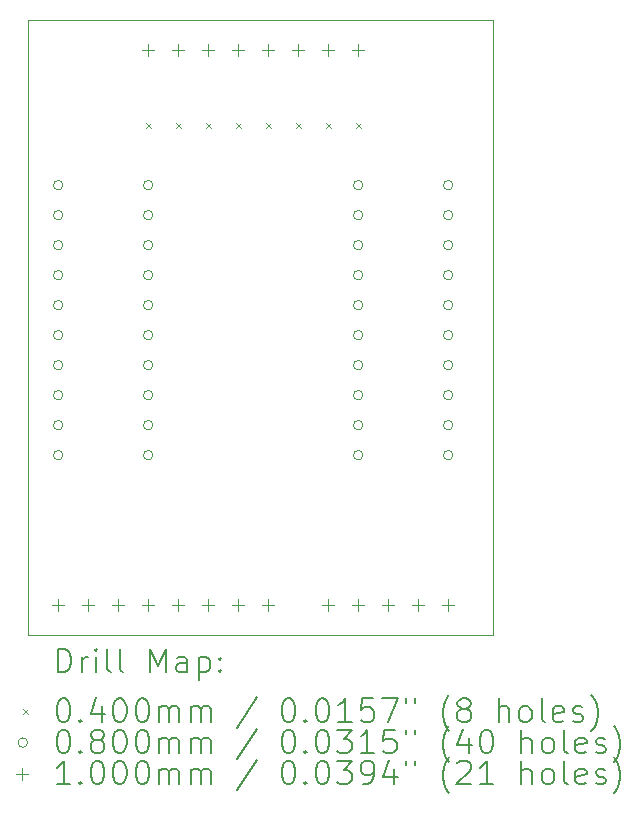
<source format=gbr>
%TF.GenerationSoftware,KiCad,Pcbnew,(6.0.9-0)*%
%TF.CreationDate,2022-12-20T01:23:16-08:00*%
%TF.ProjectId,OSKI8_REGISTER,4f534b49-385f-4524-9547-49535445522e,rev?*%
%TF.SameCoordinates,Original*%
%TF.FileFunction,Drillmap*%
%TF.FilePolarity,Positive*%
%FSLAX45Y45*%
G04 Gerber Fmt 4.5, Leading zero omitted, Abs format (unit mm)*
G04 Created by KiCad (PCBNEW (6.0.9-0)) date 2022-12-20 01:23:16*
%MOMM*%
%LPD*%
G01*
G04 APERTURE LIST*
%ADD10C,0.100000*%
%ADD11C,0.200000*%
%ADD12C,0.040000*%
%ADD13C,0.080000*%
G04 APERTURE END LIST*
D10*
X13208000Y-11176000D02*
X17145000Y-11176000D01*
X17145000Y-11176000D02*
X17145000Y-5969000D01*
X17145000Y-5969000D02*
X13208000Y-5969000D01*
X13208000Y-5969000D02*
X13208000Y-11176000D01*
D11*
D12*
X14204000Y-6838000D02*
X14244000Y-6878000D01*
X14244000Y-6838000D02*
X14204000Y-6878000D01*
X14458000Y-6838000D02*
X14498000Y-6878000D01*
X14498000Y-6838000D02*
X14458000Y-6878000D01*
X14712000Y-6838000D02*
X14752000Y-6878000D01*
X14752000Y-6838000D02*
X14712000Y-6878000D01*
X14966000Y-6838000D02*
X15006000Y-6878000D01*
X15006000Y-6838000D02*
X14966000Y-6878000D01*
X15220000Y-6838000D02*
X15260000Y-6878000D01*
X15260000Y-6838000D02*
X15220000Y-6878000D01*
X15474000Y-6838000D02*
X15514000Y-6878000D01*
X15514000Y-6838000D02*
X15474000Y-6878000D01*
X15728000Y-6838000D02*
X15768000Y-6878000D01*
X15768000Y-6838000D02*
X15728000Y-6878000D01*
X15982000Y-6838000D02*
X16022000Y-6878000D01*
X16022000Y-6838000D02*
X15982000Y-6878000D01*
D13*
X13502000Y-7366000D02*
G75*
G03*
X13502000Y-7366000I-40000J0D01*
G01*
X13502000Y-7620000D02*
G75*
G03*
X13502000Y-7620000I-40000J0D01*
G01*
X13502000Y-7874000D02*
G75*
G03*
X13502000Y-7874000I-40000J0D01*
G01*
X13502000Y-8128000D02*
G75*
G03*
X13502000Y-8128000I-40000J0D01*
G01*
X13502000Y-8382000D02*
G75*
G03*
X13502000Y-8382000I-40000J0D01*
G01*
X13502000Y-8636000D02*
G75*
G03*
X13502000Y-8636000I-40000J0D01*
G01*
X13502000Y-8890000D02*
G75*
G03*
X13502000Y-8890000I-40000J0D01*
G01*
X13502000Y-9144000D02*
G75*
G03*
X13502000Y-9144000I-40000J0D01*
G01*
X13502000Y-9398000D02*
G75*
G03*
X13502000Y-9398000I-40000J0D01*
G01*
X13502000Y-9652000D02*
G75*
G03*
X13502000Y-9652000I-40000J0D01*
G01*
X14264000Y-7366000D02*
G75*
G03*
X14264000Y-7366000I-40000J0D01*
G01*
X14264000Y-7620000D02*
G75*
G03*
X14264000Y-7620000I-40000J0D01*
G01*
X14264000Y-7874000D02*
G75*
G03*
X14264000Y-7874000I-40000J0D01*
G01*
X14264000Y-8128000D02*
G75*
G03*
X14264000Y-8128000I-40000J0D01*
G01*
X14264000Y-8382000D02*
G75*
G03*
X14264000Y-8382000I-40000J0D01*
G01*
X14264000Y-8636000D02*
G75*
G03*
X14264000Y-8636000I-40000J0D01*
G01*
X14264000Y-8890000D02*
G75*
G03*
X14264000Y-8890000I-40000J0D01*
G01*
X14264000Y-9144000D02*
G75*
G03*
X14264000Y-9144000I-40000J0D01*
G01*
X14264000Y-9398000D02*
G75*
G03*
X14264000Y-9398000I-40000J0D01*
G01*
X14264000Y-9652000D02*
G75*
G03*
X14264000Y-9652000I-40000J0D01*
G01*
X16042000Y-7366000D02*
G75*
G03*
X16042000Y-7366000I-40000J0D01*
G01*
X16042000Y-7620000D02*
G75*
G03*
X16042000Y-7620000I-40000J0D01*
G01*
X16042000Y-7874000D02*
G75*
G03*
X16042000Y-7874000I-40000J0D01*
G01*
X16042000Y-8128000D02*
G75*
G03*
X16042000Y-8128000I-40000J0D01*
G01*
X16042000Y-8382000D02*
G75*
G03*
X16042000Y-8382000I-40000J0D01*
G01*
X16042000Y-8636000D02*
G75*
G03*
X16042000Y-8636000I-40000J0D01*
G01*
X16042000Y-8890000D02*
G75*
G03*
X16042000Y-8890000I-40000J0D01*
G01*
X16042000Y-9144000D02*
G75*
G03*
X16042000Y-9144000I-40000J0D01*
G01*
X16042000Y-9398000D02*
G75*
G03*
X16042000Y-9398000I-40000J0D01*
G01*
X16042000Y-9652000D02*
G75*
G03*
X16042000Y-9652000I-40000J0D01*
G01*
X16804000Y-7366000D02*
G75*
G03*
X16804000Y-7366000I-40000J0D01*
G01*
X16804000Y-7620000D02*
G75*
G03*
X16804000Y-7620000I-40000J0D01*
G01*
X16804000Y-7874000D02*
G75*
G03*
X16804000Y-7874000I-40000J0D01*
G01*
X16804000Y-8128000D02*
G75*
G03*
X16804000Y-8128000I-40000J0D01*
G01*
X16804000Y-8382000D02*
G75*
G03*
X16804000Y-8382000I-40000J0D01*
G01*
X16804000Y-8636000D02*
G75*
G03*
X16804000Y-8636000I-40000J0D01*
G01*
X16804000Y-8890000D02*
G75*
G03*
X16804000Y-8890000I-40000J0D01*
G01*
X16804000Y-9144000D02*
G75*
G03*
X16804000Y-9144000I-40000J0D01*
G01*
X16804000Y-9398000D02*
G75*
G03*
X16804000Y-9398000I-40000J0D01*
G01*
X16804000Y-9652000D02*
G75*
G03*
X16804000Y-9652000I-40000J0D01*
G01*
D10*
X13462000Y-10872000D02*
X13462000Y-10972000D01*
X13412000Y-10922000D02*
X13512000Y-10922000D01*
X13716000Y-10872000D02*
X13716000Y-10972000D01*
X13666000Y-10922000D02*
X13766000Y-10922000D01*
X13970000Y-10872000D02*
X13970000Y-10972000D01*
X13920000Y-10922000D02*
X14020000Y-10922000D01*
X14224000Y-10872000D02*
X14224000Y-10972000D01*
X14174000Y-10922000D02*
X14274000Y-10922000D01*
X14225500Y-6173000D02*
X14225500Y-6273000D01*
X14175500Y-6223000D02*
X14275500Y-6223000D01*
X14478000Y-10872000D02*
X14478000Y-10972000D01*
X14428000Y-10922000D02*
X14528000Y-10922000D01*
X14479500Y-6173000D02*
X14479500Y-6273000D01*
X14429500Y-6223000D02*
X14529500Y-6223000D01*
X14732000Y-10872000D02*
X14732000Y-10972000D01*
X14682000Y-10922000D02*
X14782000Y-10922000D01*
X14733500Y-6173000D02*
X14733500Y-6273000D01*
X14683500Y-6223000D02*
X14783500Y-6223000D01*
X14986000Y-10872000D02*
X14986000Y-10972000D01*
X14936000Y-10922000D02*
X15036000Y-10922000D01*
X14987500Y-6173000D02*
X14987500Y-6273000D01*
X14937500Y-6223000D02*
X15037500Y-6223000D01*
X15240000Y-10872000D02*
X15240000Y-10972000D01*
X15190000Y-10922000D02*
X15290000Y-10922000D01*
X15241500Y-6173000D02*
X15241500Y-6273000D01*
X15191500Y-6223000D02*
X15291500Y-6223000D01*
X15495500Y-6173000D02*
X15495500Y-6273000D01*
X15445500Y-6223000D02*
X15545500Y-6223000D01*
X15748000Y-10872000D02*
X15748000Y-10972000D01*
X15698000Y-10922000D02*
X15798000Y-10922000D01*
X15749500Y-6173000D02*
X15749500Y-6273000D01*
X15699500Y-6223000D02*
X15799500Y-6223000D01*
X16002000Y-10872000D02*
X16002000Y-10972000D01*
X15952000Y-10922000D02*
X16052000Y-10922000D01*
X16003500Y-6173000D02*
X16003500Y-6273000D01*
X15953500Y-6223000D02*
X16053500Y-6223000D01*
X16256000Y-10872000D02*
X16256000Y-10972000D01*
X16206000Y-10922000D02*
X16306000Y-10922000D01*
X16510000Y-10872000D02*
X16510000Y-10972000D01*
X16460000Y-10922000D02*
X16560000Y-10922000D01*
X16764000Y-10872000D02*
X16764000Y-10972000D01*
X16714000Y-10922000D02*
X16814000Y-10922000D01*
D11*
X13460619Y-11491476D02*
X13460619Y-11291476D01*
X13508238Y-11291476D01*
X13536809Y-11301000D01*
X13555857Y-11320048D01*
X13565381Y-11339095D01*
X13574905Y-11377190D01*
X13574905Y-11405762D01*
X13565381Y-11443857D01*
X13555857Y-11462905D01*
X13536809Y-11481952D01*
X13508238Y-11491476D01*
X13460619Y-11491476D01*
X13660619Y-11491476D02*
X13660619Y-11358143D01*
X13660619Y-11396238D02*
X13670143Y-11377190D01*
X13679667Y-11367667D01*
X13698714Y-11358143D01*
X13717762Y-11358143D01*
X13784428Y-11491476D02*
X13784428Y-11358143D01*
X13784428Y-11291476D02*
X13774905Y-11301000D01*
X13784428Y-11310524D01*
X13793952Y-11301000D01*
X13784428Y-11291476D01*
X13784428Y-11310524D01*
X13908238Y-11491476D02*
X13889190Y-11481952D01*
X13879667Y-11462905D01*
X13879667Y-11291476D01*
X14013000Y-11491476D02*
X13993952Y-11481952D01*
X13984428Y-11462905D01*
X13984428Y-11291476D01*
X14241571Y-11491476D02*
X14241571Y-11291476D01*
X14308238Y-11434333D01*
X14374905Y-11291476D01*
X14374905Y-11491476D01*
X14555857Y-11491476D02*
X14555857Y-11386714D01*
X14546333Y-11367667D01*
X14527286Y-11358143D01*
X14489190Y-11358143D01*
X14470143Y-11367667D01*
X14555857Y-11481952D02*
X14536809Y-11491476D01*
X14489190Y-11491476D01*
X14470143Y-11481952D01*
X14460619Y-11462905D01*
X14460619Y-11443857D01*
X14470143Y-11424809D01*
X14489190Y-11415286D01*
X14536809Y-11415286D01*
X14555857Y-11405762D01*
X14651095Y-11358143D02*
X14651095Y-11558143D01*
X14651095Y-11367667D02*
X14670143Y-11358143D01*
X14708238Y-11358143D01*
X14727286Y-11367667D01*
X14736809Y-11377190D01*
X14746333Y-11396238D01*
X14746333Y-11453381D01*
X14736809Y-11472428D01*
X14727286Y-11481952D01*
X14708238Y-11491476D01*
X14670143Y-11491476D01*
X14651095Y-11481952D01*
X14832048Y-11472428D02*
X14841571Y-11481952D01*
X14832048Y-11491476D01*
X14822524Y-11481952D01*
X14832048Y-11472428D01*
X14832048Y-11491476D01*
X14832048Y-11367667D02*
X14841571Y-11377190D01*
X14832048Y-11386714D01*
X14822524Y-11377190D01*
X14832048Y-11367667D01*
X14832048Y-11386714D01*
D12*
X13163000Y-11801000D02*
X13203000Y-11841000D01*
X13203000Y-11801000D02*
X13163000Y-11841000D01*
D11*
X13498714Y-11711476D02*
X13517762Y-11711476D01*
X13536809Y-11721000D01*
X13546333Y-11730524D01*
X13555857Y-11749571D01*
X13565381Y-11787667D01*
X13565381Y-11835286D01*
X13555857Y-11873381D01*
X13546333Y-11892428D01*
X13536809Y-11901952D01*
X13517762Y-11911476D01*
X13498714Y-11911476D01*
X13479667Y-11901952D01*
X13470143Y-11892428D01*
X13460619Y-11873381D01*
X13451095Y-11835286D01*
X13451095Y-11787667D01*
X13460619Y-11749571D01*
X13470143Y-11730524D01*
X13479667Y-11721000D01*
X13498714Y-11711476D01*
X13651095Y-11892428D02*
X13660619Y-11901952D01*
X13651095Y-11911476D01*
X13641571Y-11901952D01*
X13651095Y-11892428D01*
X13651095Y-11911476D01*
X13832048Y-11778143D02*
X13832048Y-11911476D01*
X13784428Y-11701952D02*
X13736809Y-11844809D01*
X13860619Y-11844809D01*
X13974905Y-11711476D02*
X13993952Y-11711476D01*
X14013000Y-11721000D01*
X14022524Y-11730524D01*
X14032048Y-11749571D01*
X14041571Y-11787667D01*
X14041571Y-11835286D01*
X14032048Y-11873381D01*
X14022524Y-11892428D01*
X14013000Y-11901952D01*
X13993952Y-11911476D01*
X13974905Y-11911476D01*
X13955857Y-11901952D01*
X13946333Y-11892428D01*
X13936809Y-11873381D01*
X13927286Y-11835286D01*
X13927286Y-11787667D01*
X13936809Y-11749571D01*
X13946333Y-11730524D01*
X13955857Y-11721000D01*
X13974905Y-11711476D01*
X14165381Y-11711476D02*
X14184428Y-11711476D01*
X14203476Y-11721000D01*
X14213000Y-11730524D01*
X14222524Y-11749571D01*
X14232048Y-11787667D01*
X14232048Y-11835286D01*
X14222524Y-11873381D01*
X14213000Y-11892428D01*
X14203476Y-11901952D01*
X14184428Y-11911476D01*
X14165381Y-11911476D01*
X14146333Y-11901952D01*
X14136809Y-11892428D01*
X14127286Y-11873381D01*
X14117762Y-11835286D01*
X14117762Y-11787667D01*
X14127286Y-11749571D01*
X14136809Y-11730524D01*
X14146333Y-11721000D01*
X14165381Y-11711476D01*
X14317762Y-11911476D02*
X14317762Y-11778143D01*
X14317762Y-11797190D02*
X14327286Y-11787667D01*
X14346333Y-11778143D01*
X14374905Y-11778143D01*
X14393952Y-11787667D01*
X14403476Y-11806714D01*
X14403476Y-11911476D01*
X14403476Y-11806714D02*
X14413000Y-11787667D01*
X14432048Y-11778143D01*
X14460619Y-11778143D01*
X14479667Y-11787667D01*
X14489190Y-11806714D01*
X14489190Y-11911476D01*
X14584428Y-11911476D02*
X14584428Y-11778143D01*
X14584428Y-11797190D02*
X14593952Y-11787667D01*
X14613000Y-11778143D01*
X14641571Y-11778143D01*
X14660619Y-11787667D01*
X14670143Y-11806714D01*
X14670143Y-11911476D01*
X14670143Y-11806714D02*
X14679667Y-11787667D01*
X14698714Y-11778143D01*
X14727286Y-11778143D01*
X14746333Y-11787667D01*
X14755857Y-11806714D01*
X14755857Y-11911476D01*
X15146333Y-11701952D02*
X14974905Y-11959095D01*
X15403476Y-11711476D02*
X15422524Y-11711476D01*
X15441571Y-11721000D01*
X15451095Y-11730524D01*
X15460619Y-11749571D01*
X15470143Y-11787667D01*
X15470143Y-11835286D01*
X15460619Y-11873381D01*
X15451095Y-11892428D01*
X15441571Y-11901952D01*
X15422524Y-11911476D01*
X15403476Y-11911476D01*
X15384428Y-11901952D01*
X15374905Y-11892428D01*
X15365381Y-11873381D01*
X15355857Y-11835286D01*
X15355857Y-11787667D01*
X15365381Y-11749571D01*
X15374905Y-11730524D01*
X15384428Y-11721000D01*
X15403476Y-11711476D01*
X15555857Y-11892428D02*
X15565381Y-11901952D01*
X15555857Y-11911476D01*
X15546333Y-11901952D01*
X15555857Y-11892428D01*
X15555857Y-11911476D01*
X15689190Y-11711476D02*
X15708238Y-11711476D01*
X15727286Y-11721000D01*
X15736809Y-11730524D01*
X15746333Y-11749571D01*
X15755857Y-11787667D01*
X15755857Y-11835286D01*
X15746333Y-11873381D01*
X15736809Y-11892428D01*
X15727286Y-11901952D01*
X15708238Y-11911476D01*
X15689190Y-11911476D01*
X15670143Y-11901952D01*
X15660619Y-11892428D01*
X15651095Y-11873381D01*
X15641571Y-11835286D01*
X15641571Y-11787667D01*
X15651095Y-11749571D01*
X15660619Y-11730524D01*
X15670143Y-11721000D01*
X15689190Y-11711476D01*
X15946333Y-11911476D02*
X15832048Y-11911476D01*
X15889190Y-11911476D02*
X15889190Y-11711476D01*
X15870143Y-11740048D01*
X15851095Y-11759095D01*
X15832048Y-11768619D01*
X16127286Y-11711476D02*
X16032048Y-11711476D01*
X16022524Y-11806714D01*
X16032048Y-11797190D01*
X16051095Y-11787667D01*
X16098714Y-11787667D01*
X16117762Y-11797190D01*
X16127286Y-11806714D01*
X16136809Y-11825762D01*
X16136809Y-11873381D01*
X16127286Y-11892428D01*
X16117762Y-11901952D01*
X16098714Y-11911476D01*
X16051095Y-11911476D01*
X16032048Y-11901952D01*
X16022524Y-11892428D01*
X16203476Y-11711476D02*
X16336809Y-11711476D01*
X16251095Y-11911476D01*
X16403476Y-11711476D02*
X16403476Y-11749571D01*
X16479667Y-11711476D02*
X16479667Y-11749571D01*
X16774905Y-11987667D02*
X16765381Y-11978143D01*
X16746333Y-11949571D01*
X16736809Y-11930524D01*
X16727286Y-11901952D01*
X16717762Y-11854333D01*
X16717762Y-11816238D01*
X16727286Y-11768619D01*
X16736809Y-11740048D01*
X16746333Y-11721000D01*
X16765381Y-11692428D01*
X16774905Y-11682905D01*
X16879667Y-11797190D02*
X16860619Y-11787667D01*
X16851095Y-11778143D01*
X16841571Y-11759095D01*
X16841571Y-11749571D01*
X16851095Y-11730524D01*
X16860619Y-11721000D01*
X16879667Y-11711476D01*
X16917762Y-11711476D01*
X16936810Y-11721000D01*
X16946333Y-11730524D01*
X16955857Y-11749571D01*
X16955857Y-11759095D01*
X16946333Y-11778143D01*
X16936810Y-11787667D01*
X16917762Y-11797190D01*
X16879667Y-11797190D01*
X16860619Y-11806714D01*
X16851095Y-11816238D01*
X16841571Y-11835286D01*
X16841571Y-11873381D01*
X16851095Y-11892428D01*
X16860619Y-11901952D01*
X16879667Y-11911476D01*
X16917762Y-11911476D01*
X16936810Y-11901952D01*
X16946333Y-11892428D01*
X16955857Y-11873381D01*
X16955857Y-11835286D01*
X16946333Y-11816238D01*
X16936810Y-11806714D01*
X16917762Y-11797190D01*
X17193952Y-11911476D02*
X17193952Y-11711476D01*
X17279667Y-11911476D02*
X17279667Y-11806714D01*
X17270143Y-11787667D01*
X17251095Y-11778143D01*
X17222524Y-11778143D01*
X17203476Y-11787667D01*
X17193952Y-11797190D01*
X17403476Y-11911476D02*
X17384429Y-11901952D01*
X17374905Y-11892428D01*
X17365381Y-11873381D01*
X17365381Y-11816238D01*
X17374905Y-11797190D01*
X17384429Y-11787667D01*
X17403476Y-11778143D01*
X17432048Y-11778143D01*
X17451095Y-11787667D01*
X17460619Y-11797190D01*
X17470143Y-11816238D01*
X17470143Y-11873381D01*
X17460619Y-11892428D01*
X17451095Y-11901952D01*
X17432048Y-11911476D01*
X17403476Y-11911476D01*
X17584429Y-11911476D02*
X17565381Y-11901952D01*
X17555857Y-11882905D01*
X17555857Y-11711476D01*
X17736810Y-11901952D02*
X17717762Y-11911476D01*
X17679667Y-11911476D01*
X17660619Y-11901952D01*
X17651095Y-11882905D01*
X17651095Y-11806714D01*
X17660619Y-11787667D01*
X17679667Y-11778143D01*
X17717762Y-11778143D01*
X17736810Y-11787667D01*
X17746333Y-11806714D01*
X17746333Y-11825762D01*
X17651095Y-11844809D01*
X17822524Y-11901952D02*
X17841571Y-11911476D01*
X17879667Y-11911476D01*
X17898714Y-11901952D01*
X17908238Y-11882905D01*
X17908238Y-11873381D01*
X17898714Y-11854333D01*
X17879667Y-11844809D01*
X17851095Y-11844809D01*
X17832048Y-11835286D01*
X17822524Y-11816238D01*
X17822524Y-11806714D01*
X17832048Y-11787667D01*
X17851095Y-11778143D01*
X17879667Y-11778143D01*
X17898714Y-11787667D01*
X17974905Y-11987667D02*
X17984429Y-11978143D01*
X18003476Y-11949571D01*
X18013000Y-11930524D01*
X18022524Y-11901952D01*
X18032048Y-11854333D01*
X18032048Y-11816238D01*
X18022524Y-11768619D01*
X18013000Y-11740048D01*
X18003476Y-11721000D01*
X17984429Y-11692428D01*
X17974905Y-11682905D01*
D13*
X13203000Y-12085000D02*
G75*
G03*
X13203000Y-12085000I-40000J0D01*
G01*
D11*
X13498714Y-11975476D02*
X13517762Y-11975476D01*
X13536809Y-11985000D01*
X13546333Y-11994524D01*
X13555857Y-12013571D01*
X13565381Y-12051667D01*
X13565381Y-12099286D01*
X13555857Y-12137381D01*
X13546333Y-12156428D01*
X13536809Y-12165952D01*
X13517762Y-12175476D01*
X13498714Y-12175476D01*
X13479667Y-12165952D01*
X13470143Y-12156428D01*
X13460619Y-12137381D01*
X13451095Y-12099286D01*
X13451095Y-12051667D01*
X13460619Y-12013571D01*
X13470143Y-11994524D01*
X13479667Y-11985000D01*
X13498714Y-11975476D01*
X13651095Y-12156428D02*
X13660619Y-12165952D01*
X13651095Y-12175476D01*
X13641571Y-12165952D01*
X13651095Y-12156428D01*
X13651095Y-12175476D01*
X13774905Y-12061190D02*
X13755857Y-12051667D01*
X13746333Y-12042143D01*
X13736809Y-12023095D01*
X13736809Y-12013571D01*
X13746333Y-11994524D01*
X13755857Y-11985000D01*
X13774905Y-11975476D01*
X13813000Y-11975476D01*
X13832048Y-11985000D01*
X13841571Y-11994524D01*
X13851095Y-12013571D01*
X13851095Y-12023095D01*
X13841571Y-12042143D01*
X13832048Y-12051667D01*
X13813000Y-12061190D01*
X13774905Y-12061190D01*
X13755857Y-12070714D01*
X13746333Y-12080238D01*
X13736809Y-12099286D01*
X13736809Y-12137381D01*
X13746333Y-12156428D01*
X13755857Y-12165952D01*
X13774905Y-12175476D01*
X13813000Y-12175476D01*
X13832048Y-12165952D01*
X13841571Y-12156428D01*
X13851095Y-12137381D01*
X13851095Y-12099286D01*
X13841571Y-12080238D01*
X13832048Y-12070714D01*
X13813000Y-12061190D01*
X13974905Y-11975476D02*
X13993952Y-11975476D01*
X14013000Y-11985000D01*
X14022524Y-11994524D01*
X14032048Y-12013571D01*
X14041571Y-12051667D01*
X14041571Y-12099286D01*
X14032048Y-12137381D01*
X14022524Y-12156428D01*
X14013000Y-12165952D01*
X13993952Y-12175476D01*
X13974905Y-12175476D01*
X13955857Y-12165952D01*
X13946333Y-12156428D01*
X13936809Y-12137381D01*
X13927286Y-12099286D01*
X13927286Y-12051667D01*
X13936809Y-12013571D01*
X13946333Y-11994524D01*
X13955857Y-11985000D01*
X13974905Y-11975476D01*
X14165381Y-11975476D02*
X14184428Y-11975476D01*
X14203476Y-11985000D01*
X14213000Y-11994524D01*
X14222524Y-12013571D01*
X14232048Y-12051667D01*
X14232048Y-12099286D01*
X14222524Y-12137381D01*
X14213000Y-12156428D01*
X14203476Y-12165952D01*
X14184428Y-12175476D01*
X14165381Y-12175476D01*
X14146333Y-12165952D01*
X14136809Y-12156428D01*
X14127286Y-12137381D01*
X14117762Y-12099286D01*
X14117762Y-12051667D01*
X14127286Y-12013571D01*
X14136809Y-11994524D01*
X14146333Y-11985000D01*
X14165381Y-11975476D01*
X14317762Y-12175476D02*
X14317762Y-12042143D01*
X14317762Y-12061190D02*
X14327286Y-12051667D01*
X14346333Y-12042143D01*
X14374905Y-12042143D01*
X14393952Y-12051667D01*
X14403476Y-12070714D01*
X14403476Y-12175476D01*
X14403476Y-12070714D02*
X14413000Y-12051667D01*
X14432048Y-12042143D01*
X14460619Y-12042143D01*
X14479667Y-12051667D01*
X14489190Y-12070714D01*
X14489190Y-12175476D01*
X14584428Y-12175476D02*
X14584428Y-12042143D01*
X14584428Y-12061190D02*
X14593952Y-12051667D01*
X14613000Y-12042143D01*
X14641571Y-12042143D01*
X14660619Y-12051667D01*
X14670143Y-12070714D01*
X14670143Y-12175476D01*
X14670143Y-12070714D02*
X14679667Y-12051667D01*
X14698714Y-12042143D01*
X14727286Y-12042143D01*
X14746333Y-12051667D01*
X14755857Y-12070714D01*
X14755857Y-12175476D01*
X15146333Y-11965952D02*
X14974905Y-12223095D01*
X15403476Y-11975476D02*
X15422524Y-11975476D01*
X15441571Y-11985000D01*
X15451095Y-11994524D01*
X15460619Y-12013571D01*
X15470143Y-12051667D01*
X15470143Y-12099286D01*
X15460619Y-12137381D01*
X15451095Y-12156428D01*
X15441571Y-12165952D01*
X15422524Y-12175476D01*
X15403476Y-12175476D01*
X15384428Y-12165952D01*
X15374905Y-12156428D01*
X15365381Y-12137381D01*
X15355857Y-12099286D01*
X15355857Y-12051667D01*
X15365381Y-12013571D01*
X15374905Y-11994524D01*
X15384428Y-11985000D01*
X15403476Y-11975476D01*
X15555857Y-12156428D02*
X15565381Y-12165952D01*
X15555857Y-12175476D01*
X15546333Y-12165952D01*
X15555857Y-12156428D01*
X15555857Y-12175476D01*
X15689190Y-11975476D02*
X15708238Y-11975476D01*
X15727286Y-11985000D01*
X15736809Y-11994524D01*
X15746333Y-12013571D01*
X15755857Y-12051667D01*
X15755857Y-12099286D01*
X15746333Y-12137381D01*
X15736809Y-12156428D01*
X15727286Y-12165952D01*
X15708238Y-12175476D01*
X15689190Y-12175476D01*
X15670143Y-12165952D01*
X15660619Y-12156428D01*
X15651095Y-12137381D01*
X15641571Y-12099286D01*
X15641571Y-12051667D01*
X15651095Y-12013571D01*
X15660619Y-11994524D01*
X15670143Y-11985000D01*
X15689190Y-11975476D01*
X15822524Y-11975476D02*
X15946333Y-11975476D01*
X15879667Y-12051667D01*
X15908238Y-12051667D01*
X15927286Y-12061190D01*
X15936809Y-12070714D01*
X15946333Y-12089762D01*
X15946333Y-12137381D01*
X15936809Y-12156428D01*
X15927286Y-12165952D01*
X15908238Y-12175476D01*
X15851095Y-12175476D01*
X15832048Y-12165952D01*
X15822524Y-12156428D01*
X16136809Y-12175476D02*
X16022524Y-12175476D01*
X16079667Y-12175476D02*
X16079667Y-11975476D01*
X16060619Y-12004048D01*
X16041571Y-12023095D01*
X16022524Y-12032619D01*
X16317762Y-11975476D02*
X16222524Y-11975476D01*
X16213000Y-12070714D01*
X16222524Y-12061190D01*
X16241571Y-12051667D01*
X16289190Y-12051667D01*
X16308238Y-12061190D01*
X16317762Y-12070714D01*
X16327286Y-12089762D01*
X16327286Y-12137381D01*
X16317762Y-12156428D01*
X16308238Y-12165952D01*
X16289190Y-12175476D01*
X16241571Y-12175476D01*
X16222524Y-12165952D01*
X16213000Y-12156428D01*
X16403476Y-11975476D02*
X16403476Y-12013571D01*
X16479667Y-11975476D02*
X16479667Y-12013571D01*
X16774905Y-12251667D02*
X16765381Y-12242143D01*
X16746333Y-12213571D01*
X16736809Y-12194524D01*
X16727286Y-12165952D01*
X16717762Y-12118333D01*
X16717762Y-12080238D01*
X16727286Y-12032619D01*
X16736809Y-12004048D01*
X16746333Y-11985000D01*
X16765381Y-11956428D01*
X16774905Y-11946905D01*
X16936810Y-12042143D02*
X16936810Y-12175476D01*
X16889190Y-11965952D02*
X16841571Y-12108809D01*
X16965381Y-12108809D01*
X17079667Y-11975476D02*
X17098714Y-11975476D01*
X17117762Y-11985000D01*
X17127286Y-11994524D01*
X17136810Y-12013571D01*
X17146333Y-12051667D01*
X17146333Y-12099286D01*
X17136810Y-12137381D01*
X17127286Y-12156428D01*
X17117762Y-12165952D01*
X17098714Y-12175476D01*
X17079667Y-12175476D01*
X17060619Y-12165952D01*
X17051095Y-12156428D01*
X17041571Y-12137381D01*
X17032048Y-12099286D01*
X17032048Y-12051667D01*
X17041571Y-12013571D01*
X17051095Y-11994524D01*
X17060619Y-11985000D01*
X17079667Y-11975476D01*
X17384429Y-12175476D02*
X17384429Y-11975476D01*
X17470143Y-12175476D02*
X17470143Y-12070714D01*
X17460619Y-12051667D01*
X17441571Y-12042143D01*
X17413000Y-12042143D01*
X17393952Y-12051667D01*
X17384429Y-12061190D01*
X17593952Y-12175476D02*
X17574905Y-12165952D01*
X17565381Y-12156428D01*
X17555857Y-12137381D01*
X17555857Y-12080238D01*
X17565381Y-12061190D01*
X17574905Y-12051667D01*
X17593952Y-12042143D01*
X17622524Y-12042143D01*
X17641571Y-12051667D01*
X17651095Y-12061190D01*
X17660619Y-12080238D01*
X17660619Y-12137381D01*
X17651095Y-12156428D01*
X17641571Y-12165952D01*
X17622524Y-12175476D01*
X17593952Y-12175476D01*
X17774905Y-12175476D02*
X17755857Y-12165952D01*
X17746333Y-12146905D01*
X17746333Y-11975476D01*
X17927286Y-12165952D02*
X17908238Y-12175476D01*
X17870143Y-12175476D01*
X17851095Y-12165952D01*
X17841571Y-12146905D01*
X17841571Y-12070714D01*
X17851095Y-12051667D01*
X17870143Y-12042143D01*
X17908238Y-12042143D01*
X17927286Y-12051667D01*
X17936810Y-12070714D01*
X17936810Y-12089762D01*
X17841571Y-12108809D01*
X18013000Y-12165952D02*
X18032048Y-12175476D01*
X18070143Y-12175476D01*
X18089190Y-12165952D01*
X18098714Y-12146905D01*
X18098714Y-12137381D01*
X18089190Y-12118333D01*
X18070143Y-12108809D01*
X18041571Y-12108809D01*
X18022524Y-12099286D01*
X18013000Y-12080238D01*
X18013000Y-12070714D01*
X18022524Y-12051667D01*
X18041571Y-12042143D01*
X18070143Y-12042143D01*
X18089190Y-12051667D01*
X18165381Y-12251667D02*
X18174905Y-12242143D01*
X18193952Y-12213571D01*
X18203476Y-12194524D01*
X18213000Y-12165952D01*
X18222524Y-12118333D01*
X18222524Y-12080238D01*
X18213000Y-12032619D01*
X18203476Y-12004048D01*
X18193952Y-11985000D01*
X18174905Y-11956428D01*
X18165381Y-11946905D01*
D10*
X13153000Y-12299000D02*
X13153000Y-12399000D01*
X13103000Y-12349000D02*
X13203000Y-12349000D01*
D11*
X13565381Y-12439476D02*
X13451095Y-12439476D01*
X13508238Y-12439476D02*
X13508238Y-12239476D01*
X13489190Y-12268048D01*
X13470143Y-12287095D01*
X13451095Y-12296619D01*
X13651095Y-12420428D02*
X13660619Y-12429952D01*
X13651095Y-12439476D01*
X13641571Y-12429952D01*
X13651095Y-12420428D01*
X13651095Y-12439476D01*
X13784428Y-12239476D02*
X13803476Y-12239476D01*
X13822524Y-12249000D01*
X13832048Y-12258524D01*
X13841571Y-12277571D01*
X13851095Y-12315667D01*
X13851095Y-12363286D01*
X13841571Y-12401381D01*
X13832048Y-12420428D01*
X13822524Y-12429952D01*
X13803476Y-12439476D01*
X13784428Y-12439476D01*
X13765381Y-12429952D01*
X13755857Y-12420428D01*
X13746333Y-12401381D01*
X13736809Y-12363286D01*
X13736809Y-12315667D01*
X13746333Y-12277571D01*
X13755857Y-12258524D01*
X13765381Y-12249000D01*
X13784428Y-12239476D01*
X13974905Y-12239476D02*
X13993952Y-12239476D01*
X14013000Y-12249000D01*
X14022524Y-12258524D01*
X14032048Y-12277571D01*
X14041571Y-12315667D01*
X14041571Y-12363286D01*
X14032048Y-12401381D01*
X14022524Y-12420428D01*
X14013000Y-12429952D01*
X13993952Y-12439476D01*
X13974905Y-12439476D01*
X13955857Y-12429952D01*
X13946333Y-12420428D01*
X13936809Y-12401381D01*
X13927286Y-12363286D01*
X13927286Y-12315667D01*
X13936809Y-12277571D01*
X13946333Y-12258524D01*
X13955857Y-12249000D01*
X13974905Y-12239476D01*
X14165381Y-12239476D02*
X14184428Y-12239476D01*
X14203476Y-12249000D01*
X14213000Y-12258524D01*
X14222524Y-12277571D01*
X14232048Y-12315667D01*
X14232048Y-12363286D01*
X14222524Y-12401381D01*
X14213000Y-12420428D01*
X14203476Y-12429952D01*
X14184428Y-12439476D01*
X14165381Y-12439476D01*
X14146333Y-12429952D01*
X14136809Y-12420428D01*
X14127286Y-12401381D01*
X14117762Y-12363286D01*
X14117762Y-12315667D01*
X14127286Y-12277571D01*
X14136809Y-12258524D01*
X14146333Y-12249000D01*
X14165381Y-12239476D01*
X14317762Y-12439476D02*
X14317762Y-12306143D01*
X14317762Y-12325190D02*
X14327286Y-12315667D01*
X14346333Y-12306143D01*
X14374905Y-12306143D01*
X14393952Y-12315667D01*
X14403476Y-12334714D01*
X14403476Y-12439476D01*
X14403476Y-12334714D02*
X14413000Y-12315667D01*
X14432048Y-12306143D01*
X14460619Y-12306143D01*
X14479667Y-12315667D01*
X14489190Y-12334714D01*
X14489190Y-12439476D01*
X14584428Y-12439476D02*
X14584428Y-12306143D01*
X14584428Y-12325190D02*
X14593952Y-12315667D01*
X14613000Y-12306143D01*
X14641571Y-12306143D01*
X14660619Y-12315667D01*
X14670143Y-12334714D01*
X14670143Y-12439476D01*
X14670143Y-12334714D02*
X14679667Y-12315667D01*
X14698714Y-12306143D01*
X14727286Y-12306143D01*
X14746333Y-12315667D01*
X14755857Y-12334714D01*
X14755857Y-12439476D01*
X15146333Y-12229952D02*
X14974905Y-12487095D01*
X15403476Y-12239476D02*
X15422524Y-12239476D01*
X15441571Y-12249000D01*
X15451095Y-12258524D01*
X15460619Y-12277571D01*
X15470143Y-12315667D01*
X15470143Y-12363286D01*
X15460619Y-12401381D01*
X15451095Y-12420428D01*
X15441571Y-12429952D01*
X15422524Y-12439476D01*
X15403476Y-12439476D01*
X15384428Y-12429952D01*
X15374905Y-12420428D01*
X15365381Y-12401381D01*
X15355857Y-12363286D01*
X15355857Y-12315667D01*
X15365381Y-12277571D01*
X15374905Y-12258524D01*
X15384428Y-12249000D01*
X15403476Y-12239476D01*
X15555857Y-12420428D02*
X15565381Y-12429952D01*
X15555857Y-12439476D01*
X15546333Y-12429952D01*
X15555857Y-12420428D01*
X15555857Y-12439476D01*
X15689190Y-12239476D02*
X15708238Y-12239476D01*
X15727286Y-12249000D01*
X15736809Y-12258524D01*
X15746333Y-12277571D01*
X15755857Y-12315667D01*
X15755857Y-12363286D01*
X15746333Y-12401381D01*
X15736809Y-12420428D01*
X15727286Y-12429952D01*
X15708238Y-12439476D01*
X15689190Y-12439476D01*
X15670143Y-12429952D01*
X15660619Y-12420428D01*
X15651095Y-12401381D01*
X15641571Y-12363286D01*
X15641571Y-12315667D01*
X15651095Y-12277571D01*
X15660619Y-12258524D01*
X15670143Y-12249000D01*
X15689190Y-12239476D01*
X15822524Y-12239476D02*
X15946333Y-12239476D01*
X15879667Y-12315667D01*
X15908238Y-12315667D01*
X15927286Y-12325190D01*
X15936809Y-12334714D01*
X15946333Y-12353762D01*
X15946333Y-12401381D01*
X15936809Y-12420428D01*
X15927286Y-12429952D01*
X15908238Y-12439476D01*
X15851095Y-12439476D01*
X15832048Y-12429952D01*
X15822524Y-12420428D01*
X16041571Y-12439476D02*
X16079667Y-12439476D01*
X16098714Y-12429952D01*
X16108238Y-12420428D01*
X16127286Y-12391857D01*
X16136809Y-12353762D01*
X16136809Y-12277571D01*
X16127286Y-12258524D01*
X16117762Y-12249000D01*
X16098714Y-12239476D01*
X16060619Y-12239476D01*
X16041571Y-12249000D01*
X16032048Y-12258524D01*
X16022524Y-12277571D01*
X16022524Y-12325190D01*
X16032048Y-12344238D01*
X16041571Y-12353762D01*
X16060619Y-12363286D01*
X16098714Y-12363286D01*
X16117762Y-12353762D01*
X16127286Y-12344238D01*
X16136809Y-12325190D01*
X16308238Y-12306143D02*
X16308238Y-12439476D01*
X16260619Y-12229952D02*
X16213000Y-12372809D01*
X16336809Y-12372809D01*
X16403476Y-12239476D02*
X16403476Y-12277571D01*
X16479667Y-12239476D02*
X16479667Y-12277571D01*
X16774905Y-12515667D02*
X16765381Y-12506143D01*
X16746333Y-12477571D01*
X16736809Y-12458524D01*
X16727286Y-12429952D01*
X16717762Y-12382333D01*
X16717762Y-12344238D01*
X16727286Y-12296619D01*
X16736809Y-12268048D01*
X16746333Y-12249000D01*
X16765381Y-12220428D01*
X16774905Y-12210905D01*
X16841571Y-12258524D02*
X16851095Y-12249000D01*
X16870143Y-12239476D01*
X16917762Y-12239476D01*
X16936810Y-12249000D01*
X16946333Y-12258524D01*
X16955857Y-12277571D01*
X16955857Y-12296619D01*
X16946333Y-12325190D01*
X16832048Y-12439476D01*
X16955857Y-12439476D01*
X17146333Y-12439476D02*
X17032048Y-12439476D01*
X17089190Y-12439476D02*
X17089190Y-12239476D01*
X17070143Y-12268048D01*
X17051095Y-12287095D01*
X17032048Y-12296619D01*
X17384429Y-12439476D02*
X17384429Y-12239476D01*
X17470143Y-12439476D02*
X17470143Y-12334714D01*
X17460619Y-12315667D01*
X17441571Y-12306143D01*
X17413000Y-12306143D01*
X17393952Y-12315667D01*
X17384429Y-12325190D01*
X17593952Y-12439476D02*
X17574905Y-12429952D01*
X17565381Y-12420428D01*
X17555857Y-12401381D01*
X17555857Y-12344238D01*
X17565381Y-12325190D01*
X17574905Y-12315667D01*
X17593952Y-12306143D01*
X17622524Y-12306143D01*
X17641571Y-12315667D01*
X17651095Y-12325190D01*
X17660619Y-12344238D01*
X17660619Y-12401381D01*
X17651095Y-12420428D01*
X17641571Y-12429952D01*
X17622524Y-12439476D01*
X17593952Y-12439476D01*
X17774905Y-12439476D02*
X17755857Y-12429952D01*
X17746333Y-12410905D01*
X17746333Y-12239476D01*
X17927286Y-12429952D02*
X17908238Y-12439476D01*
X17870143Y-12439476D01*
X17851095Y-12429952D01*
X17841571Y-12410905D01*
X17841571Y-12334714D01*
X17851095Y-12315667D01*
X17870143Y-12306143D01*
X17908238Y-12306143D01*
X17927286Y-12315667D01*
X17936810Y-12334714D01*
X17936810Y-12353762D01*
X17841571Y-12372809D01*
X18013000Y-12429952D02*
X18032048Y-12439476D01*
X18070143Y-12439476D01*
X18089190Y-12429952D01*
X18098714Y-12410905D01*
X18098714Y-12401381D01*
X18089190Y-12382333D01*
X18070143Y-12372809D01*
X18041571Y-12372809D01*
X18022524Y-12363286D01*
X18013000Y-12344238D01*
X18013000Y-12334714D01*
X18022524Y-12315667D01*
X18041571Y-12306143D01*
X18070143Y-12306143D01*
X18089190Y-12315667D01*
X18165381Y-12515667D02*
X18174905Y-12506143D01*
X18193952Y-12477571D01*
X18203476Y-12458524D01*
X18213000Y-12429952D01*
X18222524Y-12382333D01*
X18222524Y-12344238D01*
X18213000Y-12296619D01*
X18203476Y-12268048D01*
X18193952Y-12249000D01*
X18174905Y-12220428D01*
X18165381Y-12210905D01*
M02*

</source>
